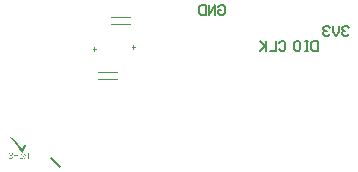
<source format=gbo>
G04*
G04 #@! TF.GenerationSoftware,Altium Limited,Altium Designer,22.7.1 (60)*
G04*
G04 Layer_Color=32896*
%FSLAX25Y25*%
%MOIN*%
G70*
G04*
G04 #@! TF.SameCoordinates,1362A066-ECE3-457F-9539-8A17BD865AD3*
G04*
G04*
G04 #@! TF.FilePolarity,Positive*
G04*
G01*
G75*
%ADD11C,0.00787*%
%ADD12C,0.00394*%
G36*
X34131Y10991D02*
X34204Y10955D01*
X34258Y10937D01*
X34277Y10918D01*
X34331Y10882D01*
X34350Y10864D01*
X34368D01*
X34677Y10663D01*
X34969Y10445D01*
X35260Y10208D01*
X35497Y9989D01*
X35716Y9807D01*
X35880Y9643D01*
X35989Y9534D01*
X36008Y9515D01*
X36026Y9497D01*
X36317Y9169D01*
X36591Y8860D01*
X36846Y8586D01*
X37046Y8331D01*
X37210Y8112D01*
X37319Y7967D01*
X37411Y7857D01*
X37429Y7839D01*
Y7821D01*
X37520Y7675D01*
X37611Y7566D01*
X37738Y7365D01*
X37848Y7238D01*
X37902Y7129D01*
X37939Y7074D01*
X37957Y7056D01*
X37975Y7038D01*
Y7056D01*
X37993Y7092D01*
X38048Y7183D01*
X38103Y7293D01*
X38121Y7311D01*
Y7329D01*
X38230Y7566D01*
X38358Y7766D01*
X38413Y7857D01*
X38449Y7930D01*
X38467Y7967D01*
X38486Y7985D01*
X38595Y8094D01*
X38686Y8167D01*
X38759Y8204D01*
X38795Y8222D01*
X38868Y8240D01*
X38959Y8222D01*
X39050Y8185D01*
X39123Y8149D01*
X39196Y8094D01*
X39251Y8040D01*
X39287Y8021D01*
X39305Y8003D01*
X39415Y7912D01*
X39488Y7839D01*
X39542Y7784D01*
X39579Y7748D01*
X39615Y7712D01*
X39542D01*
X39469Y7675D01*
X39397Y7639D01*
X39324Y7566D01*
X39196Y7402D01*
X39050Y7202D01*
X38941Y7019D01*
X38850Y6837D01*
X38813Y6764D01*
X38795Y6728D01*
X38777Y6691D01*
Y6673D01*
X38686Y6491D01*
X38613Y6327D01*
X38558Y6181D01*
X38504Y6072D01*
X38449Y5962D01*
X38413Y5871D01*
X38358Y5744D01*
X38322Y5671D01*
X38303Y5635D01*
Y5616D01*
X37447Y6272D01*
X37338Y6527D01*
X37192Y6801D01*
X37046Y7056D01*
X36900Y7311D01*
X36773Y7529D01*
X36663Y7712D01*
X36609Y7784D01*
X36572Y7839D01*
X36554Y7857D01*
Y7876D01*
X36299Y8240D01*
X36044Y8586D01*
X35807Y8896D01*
X35570Y9169D01*
X35370Y9388D01*
X35224Y9570D01*
X35115Y9679D01*
X35078Y9698D01*
Y9716D01*
X34805Y9989D01*
X34568Y10226D01*
X34477Y10335D01*
X34404Y10408D01*
X34350Y10445D01*
X34331Y10463D01*
X34204Y10590D01*
X34113Y10682D01*
X34040Y10736D01*
X34003Y10791D01*
X33949Y10827D01*
Y10846D01*
X33967Y10864D01*
X33985Y10882D01*
X34003Y10900D01*
X34040Y10955D01*
X34058Y10991D01*
Y11009D01*
X34131Y10991D01*
D02*
G37*
G36*
X36882Y3612D02*
X36700D01*
Y4578D01*
X35552D01*
Y3612D01*
X35370D01*
Y5635D01*
X35552D01*
Y4760D01*
X36700D01*
Y5635D01*
X36882D01*
Y3612D01*
D02*
G37*
G36*
X40253D02*
X40071D01*
Y4505D01*
X39324D01*
X39233Y4487D01*
X39196Y4468D01*
X39178Y4450D01*
X39123Y4359D01*
X39087Y4232D01*
X39068Y4122D01*
Y4104D01*
Y4086D01*
X39050Y3831D01*
Y3776D01*
Y3758D01*
X39032Y3721D01*
Y3703D01*
X39014Y3667D01*
Y3630D01*
Y3612D01*
X38795D01*
Y3649D01*
X38832Y3685D01*
X38850Y3721D01*
Y3740D01*
X38868Y3758D01*
Y3813D01*
Y3831D01*
X38905Y4140D01*
X38923Y4304D01*
X38941Y4414D01*
X38959Y4468D01*
Y4487D01*
X39068Y4578D01*
X39123Y4596D01*
X39141D01*
X39050Y4651D01*
X38977Y4705D01*
X38923Y4760D01*
X38905Y4778D01*
X38850Y4888D01*
X38832Y4997D01*
X38813Y5070D01*
Y5106D01*
X38832Y5215D01*
X38850Y5288D01*
X38868Y5343D01*
X38886Y5361D01*
X38941Y5434D01*
X38996Y5489D01*
X39050Y5525D01*
X39068Y5543D01*
X39123Y5580D01*
X39178Y5598D01*
X39233Y5616D01*
X39287D01*
X39324Y5635D01*
X40253D01*
Y3612D01*
D02*
G37*
G36*
X38103Y5070D02*
X38249Y5015D01*
X38340Y4942D01*
X38376Y4924D01*
Y4906D01*
X38486Y4742D01*
X38540Y4541D01*
Y4468D01*
X38558Y4396D01*
Y4359D01*
Y4341D01*
X38522Y4104D01*
X38467Y3922D01*
X38413Y3813D01*
X38376Y3794D01*
Y3776D01*
X38303Y3703D01*
X38230Y3667D01*
X38066Y3594D01*
X37993D01*
X37939Y3576D01*
X37884D01*
X37775Y3594D01*
X37684Y3612D01*
X37520Y3685D01*
X37429Y3740D01*
X37392Y3776D01*
X37301Y3958D01*
X37247Y4140D01*
X37228Y4213D01*
Y4286D01*
Y4323D01*
Y4341D01*
X37247Y4578D01*
X37301Y4760D01*
X37338Y4815D01*
X37374Y4869D01*
X37392Y4888D01*
Y4906D01*
X37465Y4979D01*
X37538Y5015D01*
X37702Y5088D01*
X37775D01*
X37830Y5106D01*
X37993D01*
X38103Y5070D01*
D02*
G37*
G36*
X34495Y5671D02*
X34659Y5616D01*
X34750Y5543D01*
X34769Y5525D01*
X34787D01*
X34896Y5398D01*
X34951Y5288D01*
X34969Y5179D01*
Y5161D01*
Y5143D01*
X34951Y4997D01*
X34914Y4888D01*
X34878Y4815D01*
X34860Y4796D01*
X34805Y4760D01*
X34750Y4705D01*
X34605Y4651D01*
X34477Y4614D01*
X34441Y4596D01*
X34422D01*
X34240Y4541D01*
X34058Y4487D01*
X33931Y4432D01*
X33858Y4396D01*
X33839Y4377D01*
X33785Y4304D01*
X33766Y4213D01*
X33748Y4159D01*
Y4122D01*
X33766Y3995D01*
X33821Y3904D01*
X33876Y3849D01*
X33894Y3831D01*
X34022Y3776D01*
X34131Y3740D01*
X34222Y3721D01*
X34258D01*
X34422Y3740D01*
X34568Y3794D01*
X34641Y3849D01*
X34677Y3867D01*
X34769Y3977D01*
X34805Y4104D01*
X34823Y4195D01*
Y4213D01*
Y4232D01*
X35006D01*
Y4213D01*
X34969Y4013D01*
X34914Y3867D01*
X34860Y3776D01*
X34823Y3740D01*
X34641Y3630D01*
X34459Y3576D01*
X34386D01*
X34313Y3557D01*
X34258D01*
X34040Y3576D01*
X33876Y3649D01*
X33785Y3703D01*
X33748Y3721D01*
X33639Y3849D01*
X33584Y3995D01*
X33566Y4104D01*
Y4122D01*
Y4140D01*
X33584Y4286D01*
X33639Y4396D01*
X33712Y4468D01*
X33730Y4505D01*
X33858Y4596D01*
X34022Y4669D01*
X34095Y4687D01*
X34149Y4705D01*
X34186Y4724D01*
X34204D01*
X34441Y4796D01*
X34550Y4833D01*
X34623Y4869D01*
X34677Y4888D01*
X34696Y4906D01*
X34732Y4979D01*
X34750Y5051D01*
X34769Y5106D01*
Y5124D01*
X34750Y5252D01*
X34714Y5361D01*
X34677Y5416D01*
X34659Y5434D01*
X34550Y5471D01*
X34441Y5507D01*
X34313D01*
X34149Y5489D01*
X34040Y5452D01*
X33967Y5416D01*
X33949Y5398D01*
X33876Y5288D01*
X33839Y5179D01*
X33821Y5106D01*
Y5088D01*
Y5070D01*
X33639D01*
X33675Y5270D01*
X33730Y5398D01*
X33785Y5489D01*
X33821Y5507D01*
X33967Y5616D01*
X34131Y5671D01*
X34204Y5689D01*
X34313D01*
X34495Y5671D01*
D02*
G37*
%LPC*%
G36*
X40071Y5471D02*
X39433D01*
X39360Y5452D01*
X39324Y5434D01*
X39305D01*
X39196Y5416D01*
X39178Y5398D01*
X39160D01*
X39068Y5307D01*
X39050Y5288D01*
Y5270D01*
X39032Y5197D01*
X39014Y5143D01*
Y5106D01*
Y5088D01*
X39032Y4942D01*
X39068Y4851D01*
X39105Y4796D01*
X39123Y4778D01*
X39251Y4724D01*
X39378Y4705D01*
X39488Y4687D01*
X40071D01*
Y5471D01*
D02*
G37*
G36*
X37921Y4960D02*
X37884D01*
X37738Y4942D01*
X37629Y4888D01*
X37556Y4815D01*
X37538Y4796D01*
X37447Y4669D01*
X37411Y4523D01*
X37392Y4396D01*
Y4359D01*
Y4341D01*
X37411Y4159D01*
X37465Y4013D01*
X37520Y3922D01*
X37538Y3885D01*
X37629Y3794D01*
X37757Y3740D01*
X37848Y3721D01*
X37884D01*
X38048Y3740D01*
X38157Y3813D01*
X38230Y3867D01*
X38249Y3885D01*
X38322Y4031D01*
X38358Y4177D01*
X38376Y4286D01*
Y4323D01*
Y4341D01*
X38358Y4541D01*
X38303Y4687D01*
X38267Y4760D01*
X38249Y4796D01*
X38139Y4888D01*
X38012Y4942D01*
X37921Y4960D01*
D02*
G37*
%LPD*%
D11*
X47835Y3740D02*
X50618Y956D01*
X146915Y47309D02*
X146390Y47834D01*
X145340D01*
X144816Y47309D01*
Y46785D01*
X145340Y46260D01*
X145865D01*
X145340D01*
X144816Y45735D01*
Y45210D01*
X145340Y44686D01*
X146390D01*
X146915Y45210D01*
X143766Y47834D02*
Y45735D01*
X142717Y44686D01*
X141667Y45735D01*
Y47834D01*
X140618Y47309D02*
X140093Y47834D01*
X139043D01*
X138518Y47309D01*
Y46785D01*
X139043Y46260D01*
X139568D01*
X139043D01*
X138518Y45735D01*
Y45210D01*
X139043Y44686D01*
X140093D01*
X140618Y45210D01*
X136613Y42834D02*
Y39685D01*
X135039D01*
X134514Y40210D01*
Y42309D01*
X135039Y42834D01*
X136613D01*
X133464D02*
X132415D01*
X132940D01*
Y39685D01*
X133464D01*
X132415D01*
X129266Y42834D02*
X130316D01*
X130841Y42309D01*
Y40210D01*
X130316Y39685D01*
X129266D01*
X128741Y40210D01*
Y42309D01*
X129266Y42834D01*
X123713Y42309D02*
X124238Y42834D01*
X125287D01*
X125812Y42309D01*
Y40210D01*
X125287Y39685D01*
X124238D01*
X123713Y40210D01*
X122664Y42834D02*
Y39685D01*
X120565D01*
X119515Y42834D02*
Y39685D01*
Y40734D01*
X117416Y42834D01*
X118990Y41259D01*
X117416Y39685D01*
X103477Y54199D02*
X104002Y54724D01*
X105051D01*
X105576Y54199D01*
Y52100D01*
X105051Y51575D01*
X104002D01*
X103477Y52100D01*
Y53150D01*
X104526D01*
X102427Y51575D02*
Y54724D01*
X100328Y51575D01*
Y54724D01*
X99279D02*
Y51575D01*
X97705D01*
X97180Y52100D01*
Y54199D01*
X97705Y54724D01*
X99279D01*
D12*
X67716Y50787D02*
X74016D01*
X67716Y48425D02*
X74016D01*
X75197Y40354D02*
Y41535D01*
X74606Y40945D02*
X75787D01*
X63386Y30315D02*
X69685D01*
X63386Y32677D02*
X69685D01*
X62205Y39567D02*
Y40748D01*
X61614Y40157D02*
X62795D01*
M02*

</source>
